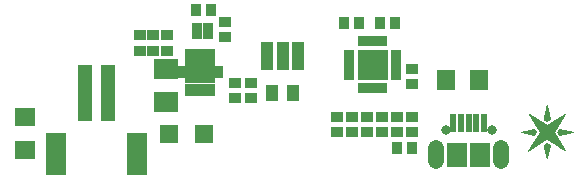
<source format=gbs>
G75*
G70*
%OFA0B0*%
%FSLAX24Y24*%
%IPPOS*%
%LPD*%
%AMOC8*
5,1,8,0,0,1.08239X$1,22.5*
%
%ADD10C,0.0010*%
%ADD11R,0.0198X0.0375*%
%ADD12R,0.0375X0.0198*%
%ADD13R,0.1024X0.1024*%
%ADD14R,0.0197X0.0415*%
%ADD15R,0.1025X0.0730*%
%ADD16R,0.0356X0.0190*%
%ADD17R,0.0592X0.0592*%
%ADD18R,0.0434X0.0356*%
%ADD19R,0.0356X0.0434*%
%ADD20R,0.0395X0.0552*%
%ADD21R,0.0474X0.1891*%
%ADD22R,0.0710X0.1419*%
%ADD23R,0.0710X0.0631*%
%ADD24R,0.0631X0.0710*%
%ADD25R,0.0395X0.0946*%
%ADD26R,0.0789X0.0710*%
%ADD27R,0.0237X0.0611*%
%ADD28R,0.0671X0.0828*%
%ADD29C,0.0316*%
%ADD30C,0.0517*%
%ADD31R,0.0330X0.0580*%
D10*
X021140Y004667D02*
X021580Y004757D01*
X021640Y004667D01*
X021580Y004577D01*
X021140Y004667D01*
X021152Y004664D02*
X021638Y004664D01*
X021636Y004673D02*
X021170Y004673D01*
X021194Y004656D02*
X021633Y004656D01*
X021627Y004647D02*
X021235Y004647D01*
X021211Y004681D02*
X021630Y004681D01*
X021625Y004690D02*
X021253Y004690D01*
X021294Y004698D02*
X021619Y004698D01*
X021613Y004707D02*
X021336Y004707D01*
X021377Y004715D02*
X021608Y004715D01*
X021602Y004724D02*
X021419Y004724D01*
X021460Y004732D02*
X021596Y004732D01*
X021591Y004741D02*
X021502Y004741D01*
X021544Y004749D02*
X021585Y004749D01*
X021621Y004639D02*
X021277Y004639D01*
X021318Y004630D02*
X021616Y004630D01*
X021610Y004622D02*
X021360Y004622D01*
X021401Y004613D02*
X021604Y004613D01*
X021599Y004605D02*
X021443Y004605D01*
X021484Y004596D02*
X021593Y004596D01*
X021587Y004588D02*
X021526Y004588D01*
X021568Y004579D02*
X021582Y004579D01*
X021681Y004511D02*
X022325Y004511D01*
X022330Y004503D02*
X021676Y004503D01*
X021671Y004494D02*
X022336Y004494D01*
X022341Y004486D02*
X021665Y004486D01*
X021660Y004477D02*
X022346Y004477D01*
X022351Y004469D02*
X021654Y004469D01*
X021649Y004460D02*
X022357Y004460D01*
X022362Y004452D02*
X021644Y004452D01*
X021638Y004443D02*
X021995Y004443D01*
X022000Y004447D02*
X021380Y004037D01*
X021780Y004667D01*
X021400Y005277D01*
X022000Y004887D01*
X022610Y005267D01*
X022230Y004667D01*
X022610Y004047D01*
X022000Y004447D01*
X022005Y004443D02*
X022367Y004443D01*
X022372Y004435D02*
X022018Y004435D01*
X022031Y004426D02*
X022377Y004426D01*
X022383Y004418D02*
X022044Y004418D01*
X022057Y004409D02*
X022388Y004409D01*
X022393Y004401D02*
X022070Y004401D01*
X022083Y004392D02*
X022398Y004392D01*
X022403Y004384D02*
X022096Y004384D01*
X022109Y004375D02*
X022409Y004375D01*
X022414Y004367D02*
X022122Y004367D01*
X022135Y004358D02*
X022419Y004358D01*
X022424Y004350D02*
X022148Y004350D01*
X022161Y004341D02*
X022429Y004341D01*
X022435Y004333D02*
X022174Y004333D01*
X022187Y004324D02*
X022440Y004324D01*
X022445Y004316D02*
X022200Y004316D01*
X022213Y004307D02*
X022450Y004307D01*
X022456Y004299D02*
X022226Y004299D01*
X022239Y004290D02*
X022461Y004290D01*
X022466Y004282D02*
X022252Y004282D01*
X022265Y004273D02*
X022471Y004273D01*
X022476Y004265D02*
X022277Y004265D01*
X022290Y004256D02*
X022482Y004256D01*
X022487Y004248D02*
X022303Y004248D01*
X022316Y004239D02*
X022492Y004239D01*
X022497Y004231D02*
X022329Y004231D01*
X022342Y004222D02*
X022502Y004222D01*
X022508Y004214D02*
X022355Y004214D01*
X022368Y004205D02*
X022513Y004205D01*
X022518Y004197D02*
X022381Y004197D01*
X022394Y004188D02*
X022523Y004188D01*
X022528Y004180D02*
X022407Y004180D01*
X022420Y004171D02*
X022534Y004171D01*
X022539Y004163D02*
X022433Y004163D01*
X022446Y004154D02*
X022544Y004154D01*
X022549Y004146D02*
X022459Y004146D01*
X022472Y004137D02*
X022555Y004137D01*
X022560Y004129D02*
X022485Y004129D01*
X022498Y004120D02*
X022565Y004120D01*
X022570Y004112D02*
X022511Y004112D01*
X022524Y004103D02*
X022575Y004103D01*
X022581Y004095D02*
X022537Y004095D01*
X022550Y004086D02*
X022586Y004086D01*
X022591Y004078D02*
X022563Y004078D01*
X022576Y004069D02*
X022596Y004069D01*
X022601Y004061D02*
X022589Y004061D01*
X022602Y004052D02*
X022607Y004052D01*
X022087Y004171D02*
X021913Y004171D01*
X021915Y004163D02*
X022085Y004163D01*
X022084Y004154D02*
X021916Y004154D01*
X021918Y004146D02*
X022082Y004146D01*
X022080Y004137D02*
X021920Y004137D01*
X021922Y004129D02*
X022078Y004129D01*
X022076Y004120D02*
X021924Y004120D01*
X021926Y004112D02*
X022074Y004112D01*
X022072Y004103D02*
X021928Y004103D01*
X021930Y004095D02*
X022070Y004095D01*
X022068Y004086D02*
X021932Y004086D01*
X021934Y004078D02*
X022066Y004078D01*
X022064Y004069D02*
X021936Y004069D01*
X021938Y004061D02*
X022062Y004061D01*
X022060Y004052D02*
X021940Y004052D01*
X021942Y004044D02*
X022058Y004044D01*
X022056Y004035D02*
X021944Y004035D01*
X021945Y004027D02*
X022055Y004027D01*
X022053Y004018D02*
X021947Y004018D01*
X021949Y004010D02*
X022051Y004010D01*
X022049Y004001D02*
X021951Y004001D01*
X021953Y003993D02*
X022047Y003993D01*
X022045Y003984D02*
X021955Y003984D01*
X021957Y003976D02*
X022043Y003976D01*
X022041Y003967D02*
X021959Y003967D01*
X021961Y003959D02*
X022039Y003959D01*
X022037Y003950D02*
X021963Y003950D01*
X021965Y003942D02*
X022035Y003942D01*
X022033Y003933D02*
X021967Y003933D01*
X021969Y003925D02*
X022031Y003925D01*
X022029Y003916D02*
X021971Y003916D01*
X021972Y003908D02*
X022028Y003908D01*
X022026Y003899D02*
X021974Y003899D01*
X021976Y003891D02*
X022024Y003891D01*
X022022Y003882D02*
X021978Y003882D01*
X021980Y003874D02*
X022020Y003874D01*
X022018Y003865D02*
X021982Y003865D01*
X021984Y003857D02*
X022016Y003857D01*
X022014Y003848D02*
X021986Y003848D01*
X021988Y003840D02*
X022012Y003840D01*
X022010Y003831D02*
X021990Y003831D01*
X021992Y003823D02*
X022008Y003823D01*
X022006Y003814D02*
X021994Y003814D01*
X021996Y003806D02*
X022004Y003806D01*
X022002Y003797D02*
X021998Y003797D01*
X022000Y003789D02*
X022000Y003789D01*
X022000Y003787D02*
X021900Y004227D01*
X022000Y004297D01*
X022100Y004227D01*
X022000Y003787D01*
X021911Y004180D02*
X022089Y004180D01*
X022091Y004188D02*
X021909Y004188D01*
X021907Y004197D02*
X022093Y004197D01*
X022095Y004205D02*
X021905Y004205D01*
X021903Y004214D02*
X022097Y004214D01*
X022099Y004222D02*
X021901Y004222D01*
X021906Y004231D02*
X022094Y004231D01*
X022082Y004239D02*
X021918Y004239D01*
X021930Y004248D02*
X022070Y004248D01*
X022058Y004256D02*
X021942Y004256D01*
X021954Y004265D02*
X022046Y004265D01*
X022034Y004273D02*
X021966Y004273D01*
X021979Y004282D02*
X022021Y004282D01*
X022009Y004290D02*
X021991Y004290D01*
X021918Y004392D02*
X021606Y004392D01*
X021600Y004384D02*
X021905Y004384D01*
X021892Y004375D02*
X021595Y004375D01*
X021590Y004367D02*
X021879Y004367D01*
X021866Y004358D02*
X021584Y004358D01*
X021579Y004350D02*
X021853Y004350D01*
X021841Y004341D02*
X021573Y004341D01*
X021568Y004333D02*
X021828Y004333D01*
X021815Y004324D02*
X021563Y004324D01*
X021557Y004316D02*
X021802Y004316D01*
X021789Y004307D02*
X021552Y004307D01*
X021546Y004299D02*
X021776Y004299D01*
X021763Y004290D02*
X021541Y004290D01*
X021536Y004282D02*
X021751Y004282D01*
X021738Y004273D02*
X021530Y004273D01*
X021525Y004265D02*
X021725Y004265D01*
X021712Y004256D02*
X021519Y004256D01*
X021514Y004248D02*
X021699Y004248D01*
X021686Y004239D02*
X021509Y004239D01*
X021503Y004231D02*
X021673Y004231D01*
X021661Y004222D02*
X021498Y004222D01*
X021492Y004214D02*
X021648Y004214D01*
X021635Y004205D02*
X021487Y004205D01*
X021482Y004197D02*
X021622Y004197D01*
X021609Y004188D02*
X021476Y004188D01*
X021471Y004180D02*
X021596Y004180D01*
X021583Y004171D02*
X021465Y004171D01*
X021460Y004163D02*
X021571Y004163D01*
X021558Y004154D02*
X021455Y004154D01*
X021449Y004146D02*
X021545Y004146D01*
X021532Y004137D02*
X021444Y004137D01*
X021438Y004129D02*
X021519Y004129D01*
X021506Y004120D02*
X021433Y004120D01*
X021428Y004112D02*
X021493Y004112D01*
X021481Y004103D02*
X021422Y004103D01*
X021417Y004095D02*
X021468Y004095D01*
X021455Y004086D02*
X021411Y004086D01*
X021406Y004078D02*
X021442Y004078D01*
X021429Y004069D02*
X021401Y004069D01*
X021395Y004061D02*
X021416Y004061D01*
X021403Y004052D02*
X021390Y004052D01*
X021391Y004044D02*
X021384Y004044D01*
X021611Y004401D02*
X021931Y004401D01*
X021943Y004409D02*
X021617Y004409D01*
X021622Y004418D02*
X021956Y004418D01*
X021969Y004426D02*
X021627Y004426D01*
X021633Y004435D02*
X021982Y004435D01*
X021735Y004596D02*
X022273Y004596D01*
X022278Y004588D02*
X021730Y004588D01*
X021724Y004579D02*
X022284Y004579D01*
X022289Y004571D02*
X021719Y004571D01*
X021714Y004562D02*
X022294Y004562D01*
X022299Y004554D02*
X021708Y004554D01*
X021703Y004545D02*
X022304Y004545D01*
X022310Y004537D02*
X021697Y004537D01*
X021692Y004528D02*
X022315Y004528D01*
X022320Y004520D02*
X021687Y004520D01*
X021741Y004605D02*
X022268Y004605D01*
X022263Y004613D02*
X021746Y004613D01*
X021751Y004622D02*
X022258Y004622D01*
X022252Y004630D02*
X021757Y004630D01*
X021762Y004639D02*
X022247Y004639D01*
X022242Y004647D02*
X021768Y004647D01*
X021773Y004656D02*
X022237Y004656D01*
X022232Y004664D02*
X021778Y004664D01*
X021776Y004673D02*
X022234Y004673D01*
X022239Y004681D02*
X021771Y004681D01*
X021766Y004690D02*
X022245Y004690D01*
X022250Y004698D02*
X021760Y004698D01*
X021755Y004707D02*
X022255Y004707D01*
X022261Y004715D02*
X021750Y004715D01*
X021744Y004724D02*
X022266Y004724D01*
X022272Y004732D02*
X021739Y004732D01*
X021734Y004741D02*
X022277Y004741D01*
X022282Y004749D02*
X021729Y004749D01*
X021723Y004758D02*
X022288Y004758D01*
X022293Y004766D02*
X021718Y004766D01*
X021713Y004775D02*
X022298Y004775D01*
X022304Y004783D02*
X021707Y004783D01*
X021702Y004792D02*
X022309Y004792D01*
X022315Y004800D02*
X021697Y004800D01*
X021692Y004809D02*
X022320Y004809D01*
X022325Y004817D02*
X021686Y004817D01*
X021681Y004826D02*
X022331Y004826D01*
X022336Y004834D02*
X021676Y004834D01*
X021670Y004843D02*
X022342Y004843D01*
X022347Y004851D02*
X021665Y004851D01*
X021660Y004860D02*
X022352Y004860D01*
X022358Y004868D02*
X021654Y004868D01*
X021649Y004877D02*
X022363Y004877D01*
X022368Y004885D02*
X021644Y004885D01*
X021639Y004894D02*
X021989Y004894D01*
X021976Y004902D02*
X021633Y004902D01*
X021628Y004911D02*
X021963Y004911D01*
X021950Y004919D02*
X021623Y004919D01*
X021617Y004928D02*
X021937Y004928D01*
X021924Y004936D02*
X021612Y004936D01*
X021607Y004945D02*
X021911Y004945D01*
X021898Y004953D02*
X021601Y004953D01*
X021596Y004962D02*
X021885Y004962D01*
X021871Y004970D02*
X021591Y004970D01*
X021586Y004979D02*
X021858Y004979D01*
X021845Y004987D02*
X021580Y004987D01*
X021575Y004996D02*
X021832Y004996D01*
X021819Y005004D02*
X021570Y005004D01*
X021564Y005013D02*
X021806Y005013D01*
X021793Y005021D02*
X021559Y005021D01*
X021554Y005030D02*
X021780Y005030D01*
X021767Y005038D02*
X021549Y005038D01*
X021543Y005047D02*
X021754Y005047D01*
X021741Y005055D02*
X021538Y005055D01*
X021533Y005064D02*
X021728Y005064D01*
X021715Y005072D02*
X021527Y005072D01*
X021522Y005081D02*
X021701Y005081D01*
X021688Y005089D02*
X021517Y005089D01*
X021511Y005098D02*
X021675Y005098D01*
X021662Y005106D02*
X021506Y005106D01*
X021501Y005115D02*
X021649Y005115D01*
X021636Y005123D02*
X021496Y005123D01*
X021490Y005132D02*
X021623Y005132D01*
X021610Y005140D02*
X021485Y005140D01*
X021480Y005149D02*
X021597Y005149D01*
X021584Y005157D02*
X021474Y005157D01*
X021469Y005166D02*
X021571Y005166D01*
X021558Y005174D02*
X021464Y005174D01*
X021459Y005183D02*
X021545Y005183D01*
X021531Y005191D02*
X021453Y005191D01*
X021448Y005200D02*
X021518Y005200D01*
X021505Y005208D02*
X021443Y005208D01*
X021437Y005217D02*
X021492Y005217D01*
X021479Y005225D02*
X021432Y005225D01*
X021427Y005234D02*
X021466Y005234D01*
X021453Y005242D02*
X021421Y005242D01*
X021416Y005251D02*
X021440Y005251D01*
X021427Y005259D02*
X021411Y005259D01*
X021414Y005268D02*
X021406Y005268D01*
X021401Y005276D02*
X021400Y005276D01*
X021917Y005166D02*
X022083Y005166D01*
X022081Y005174D02*
X021919Y005174D01*
X021921Y005183D02*
X022079Y005183D01*
X022077Y005191D02*
X021923Y005191D01*
X021925Y005200D02*
X022075Y005200D01*
X022074Y005208D02*
X021926Y005208D01*
X021928Y005217D02*
X022072Y005217D01*
X022070Y005225D02*
X021930Y005225D01*
X021932Y005234D02*
X022068Y005234D01*
X022066Y005242D02*
X021934Y005242D01*
X021936Y005251D02*
X022064Y005251D01*
X022062Y005259D02*
X021938Y005259D01*
X021939Y005268D02*
X022061Y005268D01*
X022059Y005276D02*
X021941Y005276D01*
X021943Y005285D02*
X022057Y005285D01*
X022055Y005293D02*
X021945Y005293D01*
X021947Y005302D02*
X022053Y005302D01*
X022051Y005310D02*
X021949Y005310D01*
X021950Y005319D02*
X022050Y005319D01*
X022048Y005327D02*
X021952Y005327D01*
X021954Y005336D02*
X022046Y005336D01*
X022044Y005344D02*
X021956Y005344D01*
X021958Y005353D02*
X022042Y005353D01*
X022040Y005361D02*
X021960Y005361D01*
X021962Y005370D02*
X022038Y005370D01*
X022037Y005378D02*
X021963Y005378D01*
X021965Y005387D02*
X022035Y005387D01*
X022033Y005395D02*
X021967Y005395D01*
X021969Y005404D02*
X022031Y005404D01*
X022029Y005412D02*
X021971Y005412D01*
X021973Y005421D02*
X022027Y005421D01*
X022026Y005429D02*
X021974Y005429D01*
X021976Y005438D02*
X022024Y005438D01*
X022022Y005446D02*
X021978Y005446D01*
X021980Y005455D02*
X022020Y005455D01*
X022018Y005463D02*
X021982Y005463D01*
X021984Y005472D02*
X022016Y005472D01*
X022014Y005480D02*
X021986Y005480D01*
X021987Y005489D02*
X022013Y005489D01*
X022011Y005497D02*
X021989Y005497D01*
X021991Y005506D02*
X022009Y005506D01*
X022007Y005514D02*
X021993Y005514D01*
X021995Y005523D02*
X022005Y005523D01*
X022003Y005531D02*
X021997Y005531D01*
X021998Y005540D02*
X022002Y005540D01*
X022000Y005547D02*
X021900Y005087D01*
X022000Y005027D01*
X022100Y005087D01*
X022000Y005547D01*
X021915Y005157D02*
X022085Y005157D01*
X022087Y005149D02*
X021913Y005149D01*
X021912Y005140D02*
X022088Y005140D01*
X022090Y005132D02*
X021910Y005132D01*
X021908Y005123D02*
X022092Y005123D01*
X022094Y005115D02*
X021906Y005115D01*
X021904Y005106D02*
X022096Y005106D01*
X022098Y005098D02*
X021902Y005098D01*
X021901Y005089D02*
X022099Y005089D01*
X022090Y005081D02*
X021910Y005081D01*
X021924Y005072D02*
X022076Y005072D01*
X022062Y005064D02*
X021938Y005064D01*
X021952Y005055D02*
X022048Y005055D01*
X022033Y005047D02*
X021967Y005047D01*
X021981Y005038D02*
X022019Y005038D01*
X022005Y005030D02*
X021995Y005030D01*
X022066Y004928D02*
X022395Y004928D01*
X022401Y004936D02*
X022080Y004936D01*
X022093Y004945D02*
X022406Y004945D01*
X022411Y004953D02*
X022107Y004953D01*
X022120Y004962D02*
X022417Y004962D01*
X022422Y004970D02*
X022134Y004970D01*
X022148Y004979D02*
X022428Y004979D01*
X022433Y004987D02*
X022161Y004987D01*
X022175Y004996D02*
X022438Y004996D01*
X022444Y005004D02*
X022189Y005004D01*
X022202Y005013D02*
X022449Y005013D01*
X022455Y005021D02*
X022216Y005021D01*
X022230Y005030D02*
X022460Y005030D01*
X022465Y005038D02*
X022243Y005038D01*
X022257Y005047D02*
X022471Y005047D01*
X022476Y005055D02*
X022271Y005055D01*
X022284Y005064D02*
X022481Y005064D01*
X022487Y005072D02*
X022298Y005072D01*
X022312Y005081D02*
X022492Y005081D01*
X022498Y005089D02*
X022325Y005089D01*
X022339Y005098D02*
X022503Y005098D01*
X022508Y005106D02*
X022352Y005106D01*
X022366Y005115D02*
X022514Y005115D01*
X022519Y005123D02*
X022380Y005123D01*
X022393Y005132D02*
X022525Y005132D01*
X022530Y005140D02*
X022407Y005140D01*
X022421Y005149D02*
X022535Y005149D01*
X022541Y005157D02*
X022434Y005157D01*
X022448Y005166D02*
X022546Y005166D01*
X022551Y005174D02*
X022462Y005174D01*
X022475Y005183D02*
X022557Y005183D01*
X022562Y005191D02*
X022489Y005191D01*
X022503Y005200D02*
X022568Y005200D01*
X022573Y005208D02*
X022516Y005208D01*
X022530Y005217D02*
X022578Y005217D01*
X022584Y005225D02*
X022543Y005225D01*
X022557Y005234D02*
X022589Y005234D01*
X022595Y005242D02*
X022571Y005242D01*
X022584Y005251D02*
X022600Y005251D01*
X022598Y005259D02*
X022605Y005259D01*
X022390Y004919D02*
X022052Y004919D01*
X022039Y004911D02*
X022385Y004911D01*
X022379Y004902D02*
X022025Y004902D01*
X022011Y004894D02*
X022374Y004894D01*
X022420Y004757D02*
X022880Y004667D01*
X022420Y004577D01*
X022360Y004667D01*
X022420Y004757D01*
X022415Y004749D02*
X022458Y004749D01*
X022502Y004741D02*
X022409Y004741D01*
X022404Y004732D02*
X022545Y004732D01*
X022588Y004724D02*
X022398Y004724D01*
X022392Y004715D02*
X022632Y004715D01*
X022675Y004707D02*
X022387Y004707D01*
X022381Y004698D02*
X022719Y004698D01*
X022762Y004690D02*
X022375Y004690D01*
X022370Y004681D02*
X022806Y004681D01*
X022824Y004656D02*
X022367Y004656D01*
X022362Y004664D02*
X022867Y004664D01*
X022849Y004673D02*
X022364Y004673D01*
X022373Y004647D02*
X022781Y004647D01*
X022737Y004639D02*
X022379Y004639D01*
X022384Y004630D02*
X022694Y004630D01*
X022650Y004622D02*
X022390Y004622D01*
X022396Y004613D02*
X022607Y004613D01*
X022563Y004605D02*
X022401Y004605D01*
X022407Y004596D02*
X022520Y004596D01*
X022476Y004588D02*
X022413Y004588D01*
X022418Y004579D02*
X022433Y004579D01*
D11*
X016594Y006119D03*
X016397Y006119D03*
X016200Y006119D03*
X016003Y006119D03*
X015806Y006119D03*
X015806Y007694D03*
X016003Y007694D03*
X016200Y007694D03*
X016397Y007694D03*
X016594Y007694D03*
D12*
X016987Y007300D03*
X016987Y007104D03*
X016987Y006907D03*
X016987Y006710D03*
X016987Y006513D03*
X015413Y006513D03*
X015413Y006710D03*
X015413Y006907D03*
X015413Y007104D03*
X015413Y007300D03*
D13*
X016200Y006907D03*
D14*
X010844Y007237D03*
X010647Y007237D03*
X010450Y007237D03*
X010253Y007237D03*
X010056Y007237D03*
X010056Y006076D03*
X010253Y006076D03*
X010450Y006076D03*
X010647Y006076D03*
X010844Y006076D03*
D15*
X010450Y006657D03*
D16*
X009859Y006755D03*
X009859Y006558D03*
X011041Y006558D03*
X011041Y006755D03*
D17*
X010591Y004607D03*
X009409Y004607D03*
D18*
X011600Y005801D03*
X011600Y006313D03*
X012150Y006313D03*
X012150Y005801D03*
X011280Y007831D03*
X011280Y008343D03*
X009330Y007883D03*
X008890Y007883D03*
X008440Y007883D03*
X008440Y007371D03*
X008890Y007371D03*
X009330Y007371D03*
X015000Y005163D03*
X015500Y005163D03*
X016000Y005163D03*
X016500Y005163D03*
X017000Y005163D03*
X017500Y005163D03*
X017500Y004651D03*
X017000Y004651D03*
X016500Y004651D03*
X016000Y004651D03*
X015500Y004651D03*
X015000Y004651D03*
X017500Y006251D03*
X017500Y006763D03*
D19*
X016956Y008307D03*
X016444Y008307D03*
X015756Y008307D03*
X015244Y008307D03*
X010816Y008717D03*
X010304Y008717D03*
X017004Y004127D03*
X017516Y004127D03*
D20*
X013554Y005957D03*
X012846Y005957D03*
D21*
X007394Y005963D03*
X006606Y005963D03*
D22*
X005661Y003916D03*
X008339Y003916D03*
D23*
X004600Y004055D03*
X004600Y005158D03*
D24*
X018649Y006407D03*
X019751Y006407D03*
D25*
X013712Y007207D03*
X013200Y007207D03*
X012669Y007207D03*
D26*
X009300Y006758D03*
X009300Y005655D03*
D27*
X018888Y004960D03*
X019144Y004960D03*
X019400Y004960D03*
X019656Y004960D03*
X019912Y004960D03*
D28*
X019794Y003907D03*
X019006Y003911D03*
D29*
X018632Y004733D03*
X020168Y004733D03*
D30*
X020493Y004125D02*
X020493Y003688D01*
X018307Y003688D02*
X018307Y004125D01*
D31*
X010697Y008027D03*
X010343Y008027D03*
M02*

</source>
